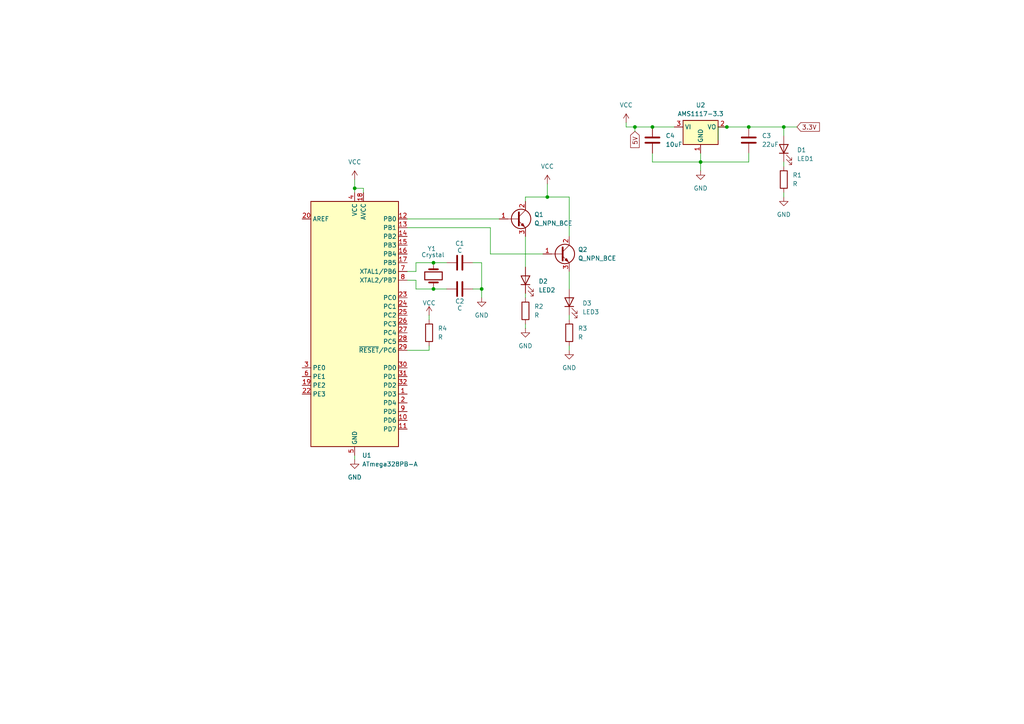
<source format=kicad_sch>
(kicad_sch (version 20250114) (generator "eeschema") (generator_version "9.0")
  (paper "A4")
  (lib_symbols
    (symbol "Device:C" (pin_numbers (hide yes)) (pin_names (offset 0.254))
      (property "Reference" "C" (at 0.635 2.54 0))
      (property "Value" "C" (at 0.635 -2.54 0))
      (symbol "C_0_1"
        (polyline (pts (xy -2.032 0.762) (xy 2.032 0.762)) (stroke (width 0.508)))
        (polyline (pts (xy -2.032 -0.762) (xy 2.032 -0.762)) (stroke (width 0.508)))
      )
      (symbol "C_1_1"
        (pin passive line (at 0 3.81 270) (length 2.794) (name "~") (number "1"))
        (pin passive line (at 0 -3.81 90) (length 2.794) (name "~") (number "2"))
      )
    )
    (symbol "Device:Crystal" (pin_numbers (hide yes)) (pin_names (offset 1.016) (hide yes))
      (property "Reference" "Y" (at 0 3.81 0))
      (property "Value" "Crystal" (at 0 -3.81 0))
      (symbol "Crystal_0_1"
        (polyline (pts (xy -2.54 0) (xy -1.905 0)))
        (polyline (pts (xy -1.905 -1.27) (xy -1.905 1.27)) (stroke (width 0.508)))
        (rectangle (start -1.143 2.54) (end 1.143 -2.54) (stroke (width 0.3048)))
        (polyline (pts (xy 1.905 -1.27) (xy 1.905 1.27)) (stroke (width 0.508)))
        (polyline (pts (xy 2.54 0) (xy 1.905 0)))
      )
      (symbol "Crystal_1_1"
        (pin passive line (at -3.81 0 0) (length 1.27) (name "1") (number "1"))
        (pin passive line (at 3.81 0 180) (length 1.27) (name "2") (number "2"))
      )
    )
    (symbol "Device:LED" (pin_numbers (hide yes)) (pin_names (offset 1.016) (hide yes))
      (property "Reference" "D" (at 0 2.54 0))
      (property "Value" "LED" (at 0 -2.54 0))
      (symbol "LED_0_1"
        (polyline (pts (xy -3.048 -0.762) (xy -4.572 -2.286) (xy -3.81 -2.286) (xy -4.572 -2.286) (xy -4.572 -1.524)))
        (polyline (pts (xy -1.778 -0.762) (xy -3.302 -2.286) (xy -2.54 -2.286) (xy -3.302 -2.286) (xy -3.302 -1.524)))
        (polyline (pts (xy -1.27 0) (xy 1.27 0)))
        (polyline (pts (xy -1.27 -1.27) (xy -1.27 1.27)) (stroke (width 0.254)))
        (polyline (pts (xy 1.27 -1.27) (xy 1.27 1.27) (xy -1.27 0) (xy 1.27 -1.27)) (stroke (width 0.254)))
      )
      (symbol "LED_1_1"
        (pin passive line (at -3.81 0 0) (length 2.54) (name "K") (number "1"))
        (pin passive line (at 3.81 0 180) (length 2.54) (name "A") (number "2"))
      )
    )
    (symbol "Device:R" (pin_numbers (hide yes)) (pin_names (offset 0))
      (property "Reference" "R" (at 2.032 0 90))
      (property "Value" "R" (at 0 0 90))
      (symbol "R_0_1"
        (rectangle (start -1.016 -2.54) (end 1.016 2.54) (stroke (width 0.254)))
      )
      (symbol "R_1_1"
        (pin passive line (at 0 3.81 270) (length 1.27) (name "~") (number "1"))
        (pin passive line (at 0 -3.81 90) (length 1.27) (name "~") (number "2"))
      )
    )
    (symbol "MCU_Microchip_ATmega:ATmega328PB-A"
      (property "Reference" "U" (at -12.7 36.83 0))
      (property "Value" "ATmega328PB-A" (at 2.54 -36.83 0))
      (symbol "ATmega328PB-A_0_1"
        (rectangle (start -12.7 -35.56) (end 12.7 35.56) (stroke (width 0.254)) (fill (type background)))
      )
      (symbol "ATmega328PB-A_1_1"
        (pin passive line (at -15.24 30.48 0) (length 2.54) (name "AREF") (number "20"))
        (pin bidirectional line (at -15.24 -12.7 0) (length 2.54) (name "PE0") (number "3"))
        (pin bidirectional line (at -15.24 -15.24 0) (length 2.54) (name "PE1") (number "6"))
        (pin bidirectional line (at -15.24 -17.78 0) (length 2.54) (name "PE2") (number "19"))
        (pin bidirectional line (at -15.24 -20.32 0) (length 2.54) (name "PE3") (number "22"))
        (pin power_in line (at 0 38.1 270) (length 2.54) (name "VCC") (number "4"))
        (pin passive line (at 0 -38.1 90) (length 2.54) (hide yes) (name "GND") (number "21"))
        (pin power_in line (at 0 -38.1 90) (length 2.54) (name "GND") (number "5"))
        (pin power_in line (at 2.54 38.1 270) (length 2.54) (name "AVCC") (number "18"))
        (pin bidirectional line (at 15.24 30.48 180) (length 2.54) (name "PB0") (number "12"))
        (pin bidirectional line (at 15.24 27.94 180) (length 2.54) (name "PB1") (number "13"))
        (pin bidirectional line (at 15.24 25.4 180) (length 2.54) (name "PB2") (number "14"))
        (pin bidirectional line (at 15.24 22.86 180) (length 2.54) (name "PB3") (number "15"))
        (pin bidirectional line (at 15.24 20.32 180) (length 2.54) (name "PB4") (number "16"))
        (pin bidirectional line (at 15.24 17.78 180) (length 2.54) (name "PB5") (number "17"))
        (pin bidirectional line (at 15.24 15.24 180) (length 2.54) (name "XTAL1/PB6") (number "7"))
        (pin bidirectional line (at 15.24 12.7 180) (length 2.54) (name "XTAL2/PB7") (number "8"))
        (pin bidirectional line (at 15.24 7.62 180) (length 2.54) (name "PC0") (number "23"))
        (pin bidirectional line (at 15.24 5.08 180) (length 2.54) (name "PC1") (number "24"))
        (pin bidirectional line (at 15.24 2.54 180) (length 2.54) (name "PC2") (number "25"))
        (pin bidirectional line (at 15.24 0 180) (length 2.54) (name "PC3") (number "26"))
        (pin bidirectional line (at 15.24 -2.54 180) (length 2.54) (name "PC4") (number "27"))
        (pin bidirectional line (at 15.24 -5.08 180) (length 2.54) (name "PC5") (number "28"))
        (pin bidirectional line (at 15.24 -7.62 180) (length 2.54) (name "~{RESET}/PC6") (number "29"))
        (pin bidirectional line (at 15.24 -12.7 180) (length 2.54) (name "PD0") (number "30"))
        (pin bidirectional line (at 15.24 -15.24 180) (length 2.54) (name "PD1") (number "31"))
        (pin bidirectional line (at 15.24 -17.78 180) (length 2.54) (name "PD2") (number "32"))
        (pin bidirectional line (at 15.24 -20.32 180) (length 2.54) (name "PD3") (number "1"))
        (pin bidirectional line (at 15.24 -22.86 180) (length 2.54) (name "PD4") (number "2"))
        (pin bidirectional line (at 15.24 -25.4 180) (length 2.54) (name "PD5") (number "9"))
        (pin bidirectional line (at 15.24 -27.94 180) (length 2.54) (name "PD6") (number "10"))
        (pin bidirectional line (at 15.24 -30.48 180) (length 2.54) (name "PD7") (number "11"))
      )
    )
    (symbol "Regulator_Linear:AMS1117-3.3"
      (property "Reference" "U" (at -3.81 3.175 0))
      (property "Value" "AMS1117-3.3" (at 0 3.175 0))
      (symbol "AMS1117-3.3_0_1"
        (rectangle (start -5.08 -5.08) (end 5.08 1.905) (stroke (width 0.254)) (fill (type background)))
      )
      (symbol "AMS1117-3.3_1_1"
        (pin power_in line (at -7.62 0 0) (length 2.54) (name "VI") (number "3"))
        (pin power_in line (at 0 -7.62 90) (length 2.54) (name "GND") (number "1"))
        (pin power_out line (at 7.62 0 180) (length 2.54) (name "VO") (number "2"))
      )
    )
    (symbol "Transistor_BJT:Q_NPN_BCE" (pin_names (offset 0) (hide yes))
      (property "Reference" "Q" (at 5.08 1.27 0))
      (property "Value" "Q_NPN_BCE" (at 5.08 -1.27 0))
      (symbol "Q_NPN_BCE_0_1"
        (polyline (pts (xy -2.54 0) (xy 0.635 0)))
        (polyline (pts (xy 0.635 1.905) (xy 0.635 -1.905)) (stroke (width 0.508)))
        (circle (center 1.27 0) (radius 2.8194) (stroke (width 0.254)))
      )
      (symbol "Q_NPN_BCE_1_1"
        (polyline (pts (xy 0.635 0.635) (xy 2.54 2.54)))
        (polyline (pts (xy 0.635 -0.635) (xy 2.54 -2.54)))
        (polyline (pts (xy 1.27 -1.778) (xy 1.778 -1.27) (xy 2.286 -2.286) (xy 1.27 -1.778)) (fill (type outline)))
        (pin input line (at -5.08 0 0) (length 2.54) (name "B") (number "1"))
        (pin passive line (at 2.54 5.08 270) (length 2.54) (name "C") (number "2"))
        (pin passive line (at 2.54 -5.08 90) (length 2.54) (name "E") (number "3"))
      )
    )
    (symbol "power:GND" (power) (pin_numbers (hide yes)) (pin_names (offset 0) (hide yes))
      (property "Value" "GND" (at 0 -3.81 0))
      (symbol "GND_0_1"
        (polyline (pts (xy 0 0) (xy 0 -1.27) (xy 1.27 -1.27) (xy 0 -2.54) (xy -1.27 -1.27) (xy 0 -1.27)))
      )
      (symbol "GND_1_1"
        (pin power_in line (at 0 0 270) (length 0) (name "~") (number "1"))
      )
    )
    (symbol "power:VCC" (power) (pin_numbers (hide yes)) (pin_names (offset 0) (hide yes))
      (property "Value" "VCC" (at 0 3.556 0))
      (symbol "VCC_0_1"
        (polyline (pts (xy -0.762 1.27) (xy 0 2.54)))
        (polyline (pts (xy 0 2.54) (xy 0.762 1.27)))
        (polyline (pts (xy 0 0) (xy 0 2.54)))
      )
      (symbol "VCC_1_1"
        (pin power_in line (at 0 0 90) (length 0) (name "~") (number "1"))
      )
    )
  )
  (junction (at 210.82 36.83))
  (junction (at 139.7 83.82))
  (junction (at 125.73 83.82))
  (junction (at 158.75 57.15))
  (junction (at 217.17 36.83))
  (junction (at 125.73 76.2))
  (junction (at 189.23 36.83))
  (junction (at 227.33 36.83))
  (junction (at 184.15 36.83))
  (junction (at 102.87 54.61))
  (junction (at 203.2 46.99))
  (wire (pts (xy 189.23 46.99) (xy 189.23 44.45)))
  (wire (pts (xy 217.17 46.99) (xy 203.2 46.99)))
  (wire (pts (xy 217.17 36.83) (xy 227.33 36.83)))
  (wire (pts (xy 203.2 44.45) (xy 203.2 46.99)))
  (wire (pts (xy 137.16 83.82) (xy 139.7 83.82)))
  (wire (pts (xy 208.28 36.83) (xy 210.82 36.83)))
  (wire (pts (xy 105.41 55.88) (xy 105.41 54.61)))
  (wire (pts (xy 203.2 46.99) (xy 203.2 49.53)))
  (wire (pts (xy 118.11 63.5) (xy 144.78 63.5)))
  (wire (pts (xy 152.4 85.09) (xy 152.4 86.36)))
  (wire (pts (xy 165.1 100.33) (xy 165.1 101.6)))
  (wire (pts (xy 189.23 36.83) (xy 195.58 36.83)))
  (wire (pts (xy 165.1 57.15) (xy 158.75 57.15)))
  (wire (pts (xy 227.33 55.88) (xy 227.33 57.15)))
  (wire (pts (xy 165.1 78.74) (xy 165.1 83.82)))
  (wire (pts (xy 208.28 40.64) (xy 208.28 36.83)))
  (wire (pts (xy 102.87 54.61) (xy 105.41 54.61)))
  (wire (pts (xy 129.54 83.82) (xy 125.73 83.82)))
  (wire (pts (xy 102.87 132.08) (xy 102.87 133.35)))
  (wire (pts (xy 227.33 36.83) (xy 227.33 39.37)))
  (wire (pts (xy 124.46 100.33) (xy 124.46 101.6)))
  (wire (pts (xy 203.2 46.99) (xy 189.23 46.99)))
  (wire (pts (xy 139.7 76.2) (xy 139.7 83.82)))
  (wire (pts (xy 181.61 35.56) (xy 181.61 36.83)))
  (wire (pts (xy 137.16 76.2) (xy 139.7 76.2)))
  (wire (pts (xy 152.4 68.58) (xy 152.4 77.47)))
  (wire (pts (xy 165.1 68.58) (xy 165.1 57.15)))
  (wire (pts (xy 120.65 78.74) (xy 118.11 78.74)))
  (wire (pts (xy 125.73 83.82) (xy 120.65 83.82)))
  (wire (pts (xy 181.61 36.83) (xy 184.15 36.83)))
  (wire (pts (xy 158.75 57.15) (xy 152.4 57.15)))
  (wire (pts (xy 142.24 73.66) (xy 157.48 73.66)))
  (wire (pts (xy 120.65 81.28) (xy 118.11 81.28)))
  (wire (pts (xy 120.65 83.82) (xy 120.65 81.28)))
  (wire (pts (xy 102.87 52.07) (xy 102.87 54.61)))
  (wire (pts (xy 125.73 76.2) (xy 120.65 76.2)))
  (wire (pts (xy 152.4 57.15) (xy 152.4 58.42)))
  (wire (pts (xy 184.15 36.83) (xy 189.23 36.83)))
  (wire (pts (xy 217.17 44.45) (xy 217.17 46.99)))
  (wire (pts (xy 124.46 101.6) (xy 118.11 101.6)))
  (wire (pts (xy 152.4 93.98) (xy 152.4 95.25)))
  (wire (pts (xy 227.33 36.83) (xy 231.14 36.83)))
  (wire (pts (xy 210.82 36.83) (xy 217.17 36.83)))
  (wire (pts (xy 124.46 91.44) (xy 124.46 92.71)))
  (wire (pts (xy 158.75 53.34) (xy 158.75 57.15)))
  (wire (pts (xy 120.65 76.2) (xy 120.65 78.74)))
  (wire (pts (xy 227.33 46.99) (xy 227.33 48.26)))
  (wire (pts (xy 139.7 83.82) (xy 139.7 86.36)))
  (wire (pts (xy 142.24 66.04) (xy 142.24 73.66)))
  (wire (pts (xy 184.15 36.83) (xy 184.15 38.1)))
  (wire (pts (xy 102.87 54.61) (xy 102.87 55.88)))
  (wire (pts (xy 129.54 76.2) (xy 125.73 76.2)))
  (wire (pts (xy 118.11 66.04) (xy 142.24 66.04)))
  (wire (pts (xy 165.1 91.44) (xy 165.1 92.71)))
  (global_label "3.3V" (shape input) (at 231.14 36.83 0) (property "Intersheetrefs" "${INTERSHEET_REFS}" (effects (hide yes))))
  (global_label "5V" (shape input) (at 184.15 38.1 270) (property "Intersheetrefs" "${INTERSHEET_REFS}" (effects (hide yes))))
  (symbol (lib_id "Device:C") (at 133.35 76.2 90) (unit 1)
    (property "Reference" "C1" (at 133.35 70.612 90))
    (property "Value" "C" (at 133.35 72.644 90))
    (property "Description" "Unpolarized capacitor" (effects (hide yes)))
  )
  (symbol (lib_id "Device:R") (at 124.46 96.52 0) (unit 1)
    (property "Reference" "R4" (at 127 95.2499 0) (effects (justify left)))
    (property "Value" "R" (at 127 97.7899 0) (effects (justify left)))
    (property "Description" "Resistor" (effects (hide yes)))
  )
  (symbol (lib_id "Device:LED") (at 165.1 87.63 90) (unit 1)
    (property "Reference" "D3" (at 168.91 87.9474 90) (effects (justify right)))
    (property "Value" "LED3" (at 168.91 90.4874 90) (effects (justify right)))
    (property "Description" "Light emitting diode" (effects (hide yes)))
    (property "Sim.Pins" "1=K 2=A" (effects (hide yes)))
  )
  (symbol (lib_id "Device:C") (at 189.23 40.64 0) (unit 1)
    (property "Reference" "C4" (at 193.04 39.3699 0) (effects (justify left)))
    (property "Value" "10uF" (at 193.04 41.9099 0) (effects (justify left)))
    (property "Description" "Unpolarized capacitor" (effects (hide yes)))
  )
  (symbol (lib_id "MCU_Microchip_ATmega:ATmega328PB-A") (at 102.87 93.98 0) (unit 1)
    (property "Reference" "U1" (at 105.0133 132.08 0) (effects (justify left)))
    (property "Value" "ATmega328PB-A" (at 105.0133 134.62 0) (effects (justify left)))
    (property "Footprint" "Package_QFP:TQFP-32_7x7mm_P0.8mm" (effects (hide yes)))
    (property "Datasheet" "http://ww1.microchip.com/downloads/en/DeviceDoc/40001906C.pdf" (effects (hide yes)))
    (property "Description" "20MHz, 32kB Flash, 2kB SRAM, 1kB EEPROM, TQFP-32" (effects (hide yes)))
  )
  (symbol (lib_id "power:VCC") (at 124.46 91.44 0) (unit 1)
    (property "Reference" "#PWR010" (effects (hide yes)))
    (property "Value" "VCC" (at 124.46 87.884 0))
    (property "Description" "Power symbol creates a global label with name \"VCC\"" (effects (hide yes)))
  )
  (symbol (lib_id "Device:Crystal") (at 125.73 80.01 90) (unit 1)
    (property "Reference" "Y1" (at 123.952 72.136 90) (effects (justify right)))
    (property "Value" "Crystal" (at 122.174 73.914 90) (effects (justify right)))
    (property "Description" "Two pin crystal" (effects (hide yes)))
  )
  (symbol (lib_id "Regulator_Linear:AMS1117-3.3") (at 203.2 36.83 0) (unit 1)
    (property "Reference" "U2" (at 203.2 30.48 0))
    (property "Value" "AMS1117-3.3" (at 203.2 33.02 0))
    (property "Footprint" "Package_TO_SOT_SMD:SOT-223-3_TabPin2" (effects (hide yes)))
    (property "Datasheet" "http://www.advanced-monolithic.com/pdf/ds1117.pdf" (effects (hide yes)))
    (property "Description" "1A Low Dropout regulator, positive, 3.3V fixed output, SOT-223" (effects (hide yes)))
  )
  (symbol (lib_id "Transistor_BJT:Q_NPN_BCE") (at 149.86 63.5 0) (unit 1)
    (property "Reference" "Q1" (at 154.94 62.2299 0) (effects (justify left)))
    (property "Value" "Q_NPN_BCE" (at 154.94 64.7699 0) (effects (justify left)))
    (property "Description" "NPN transistor, base/collector/emitter" (effects (hide yes)))
  )
  (symbol (lib_id "power:GND") (at 139.7 86.36 0) (unit 1)
    (property "Reference" "#PWR01" (effects (hide yes)))
    (property "Value" "GND" (at 139.7 91.44 0))
    (property "Description" "Power symbol creates a global label with name \"GND\" , ground" (effects (hide yes)))
  )
  (symbol (lib_id "power:VCC") (at 158.75 53.34 0) (unit 1)
    (property "Reference" "#PWR09" (effects (hide yes)))
    (property "Value" "VCC" (at 158.75 48.26 0))
    (property "Description" "Power symbol creates a global label with name \"VCC\"" (effects (hide yes)))
  )
  (symbol (lib_id "power:VCC") (at 181.61 35.56 0) (unit 1)
    (property "Reference" "#PWR04" (effects (hide yes)))
    (property "Value" "VCC" (at 181.61 30.48 0))
    (property "Description" "Power symbol creates a global label with name \"VCC\"" (effects (hide yes)))
  )
  (symbol (lib_id "Device:C") (at 217.17 40.64 0) (unit 1)
    (property "Reference" "C3" (at 220.98 39.3699 0) (effects (justify left)))
    (property "Value" "22uF" (at 220.98 41.9099 0) (effects (justify left)))
    (property "Description" "Unpolarized capacitor" (effects (hide yes)))
  )
  (symbol (lib_id "power:VCC") (at 102.87 52.07 0) (unit 1)
    (property "Reference" "#PWR05" (effects (hide yes)))
    (property "Value" "VCC" (at 102.87 46.99 0))
    (property "Description" "Power symbol creates a global label with name \"VCC\"" (effects (hide yes)))
  )
  (symbol (lib_id "power:GND") (at 165.1 101.6 0) (unit 1)
    (property "Reference" "#PWR08" (effects (hide yes)))
    (property "Value" "GND" (at 165.1 106.68 0))
    (property "Description" "Power symbol creates a global label with name \"GND\" , ground" (effects (hide yes)))
  )
  (symbol (lib_id "Device:R") (at 165.1 96.52 0) (unit 1)
    (property "Reference" "R3" (at 167.64 95.2499 0) (effects (justify left)))
    (property "Value" "R" (at 167.64 97.7899 0) (effects (justify left)))
    (property "Description" "Resistor" (effects (hide yes)))
  )
  (symbol (lib_id "power:GND") (at 227.33 57.15 0) (unit 1)
    (property "Reference" "#PWR03" (effects (hide yes)))
    (property "Value" "GND" (at 227.33 62.23 0))
    (property "Description" "Power symbol creates a global label with name \"GND\" , ground" (effects (hide yes)))
  )
  (symbol (lib_id "Device:LED") (at 152.4 81.28 90) (unit 1)
    (property "Reference" "D2" (at 156.21 81.5974 90) (effects (justify right)))
    (property "Value" "LED2" (at 156.21 84.1374 90) (effects (justify right)))
    (property "Description" "Light emitting diode" (effects (hide yes)))
    (property "Sim.Pins" "1=K 2=A" (effects (hide yes)))
  )
  (symbol (lib_id "power:GND") (at 152.4 95.25 0) (unit 1)
    (property "Reference" "#PWR07" (effects (hide yes)))
    (property "Value" "GND" (at 152.4 100.33 0))
    (property "Description" "Power symbol creates a global label with name \"GND\" , ground" (effects (hide yes)))
  )
  (symbol (lib_id "power:GND") (at 102.87 133.35 0) (unit 1)
    (property "Reference" "#PWR06" (effects (hide yes)))
    (property "Value" "GND" (at 102.87 138.43 0))
    (property "Description" "Power symbol creates a global label with name \"GND\" , ground" (effects (hide yes)))
  )
  (symbol (lib_id "power:GND") (at 203.2 49.53 0) (unit 1)
    (property "Reference" "#PWR02" (effects (hide yes)))
    (property "Value" "GND" (at 203.2 54.61 0))
    (property "Description" "Power symbol creates a global label with name \"GND\" , ground" (effects (hide yes)))
  )
  (symbol (lib_id "Device:LED") (at 227.33 43.18 90) (unit 1)
    (property "Reference" "D1" (at 231.14 43.4974 90) (effects (justify right)))
    (property "Value" "LED1" (at 231.14 46.0374 90) (effects (justify right)))
    (property "Description" "Light emitting diode" (effects (hide yes)))
    (property "Sim.Pins" "1=K 2=A" (effects (hide yes)))
  )
  (symbol (lib_id "Device:C") (at 133.35 83.82 90) (unit 1)
    (property "Reference" "C2" (at 133.35 87.376 90))
    (property "Value" "C" (at 133.35 89.408 90))
    (property "Description" "Unpolarized capacitor" (effects (hide yes)))
  )
  (symbol (lib_id "Transistor_BJT:Q_NPN_BCE") (at 162.56 73.66 0) (unit 1)
    (property "Reference" "Q2" (at 167.64 72.3899 0) (effects (justify left)))
    (property "Value" "Q_NPN_BCE" (at 167.64 74.9299 0) (effects (justify left)))
    (property "Description" "NPN transistor, base/collector/emitter" (effects (hide yes)))
  )
  (symbol (lib_id "Device:R") (at 152.4 90.17 0) (unit 1)
    (property "Reference" "R2" (at 154.94 88.8999 0) (effects (justify left)))
    (property "Value" "R" (at 154.94 91.4399 0) (effects (justify left)))
    (property "Description" "Resistor" (effects (hide yes)))
  )
  (symbol (lib_id "Device:R") (at 227.33 52.07 0) (unit 1)
    (property "Reference" "R1" (at 229.87 50.7999 0) (effects (justify left)))
    (property "Value" "R" (at 229.87 53.3399 0) (effects (justify left)))
    (property "Description" "Resistor" (effects (hide yes)))
  )
)
</source>
